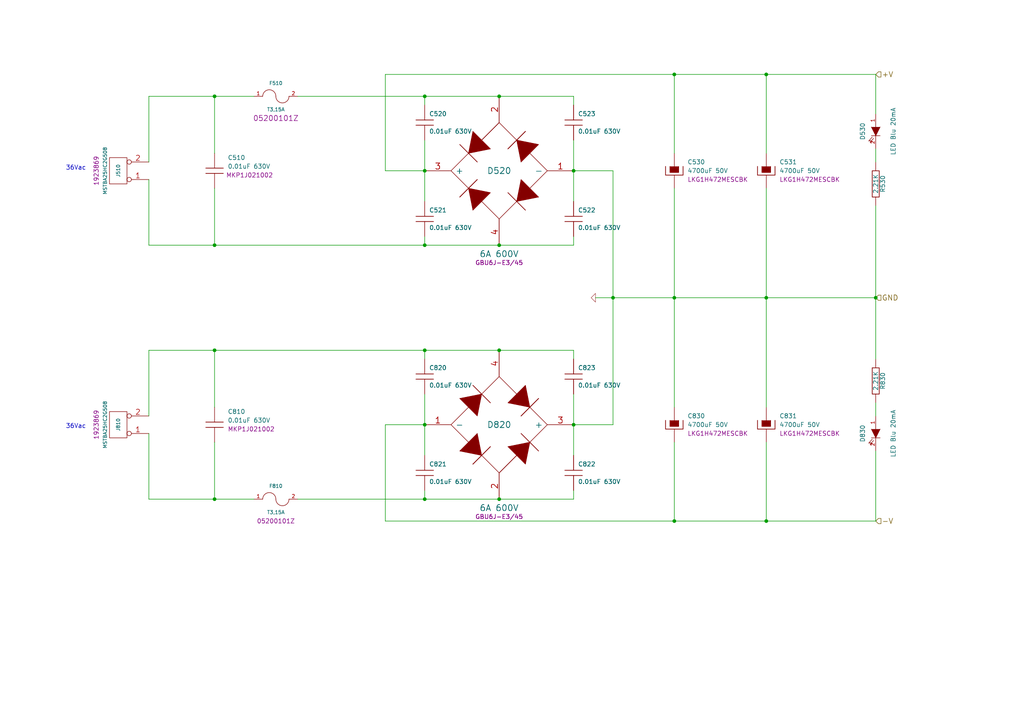
<source format=kicad_sch>
(kicad_sch (version 20230121) (generator eeschema)
  (paper "A4")
  (title_block (title "Amplificatore CMP_BMOS1004") (date "2025-10-18") (rev "251018") (company "AUDIO EMME di Martinelli Michele") (comment 1 "Stadio Ingresso + VAS"))
  (lib_symbols
    (symbol "AM_Connectors:CONN_2" (pin_names (offset 1.016) hide)
      (property "Reference" "P" (at -1.27 0 90))
      (property "Value" "CONN_2" (at 1.27 0 90))
      (symbol "CONN_2_0_1"
        (rectangle (start -2.54 3.81) (end 2.54 -3.81))
      )
      (symbol "CONN_2_1_1"
        (pin passive inverted (at -8.89 2.54 0) (length 6.35) (name "P1") (number "1"))
        (pin passive inverted (at -8.89 -2.54 0) (length 6.35) (name "PM") (number "2"))
      )
    )
    (symbol "AM_Device:BRIDGE" (pin_names (offset 1.27))
      (property "Reference" "D" (at 0 1.27 0))
      (property "Value" "BRIDGE" (at 0 -1.27 0))
      (symbol "BRIDGE_0_0"
        (polyline (pts (xy -13.97 0) (xy -8.89 -5.08)) (stroke (width 0.1524)))
        (polyline (pts (xy -13.97 0) (xy -8.89 5.08)) (stroke (width 0.1524)))
        (polyline (pts (xy -7.62 11.43) (xy -2.54 6.35)) (stroke (width 0.2032)))
        (polyline (pts (xy -2.54 -6.35) (xy -7.62 -11.43)))
        (polyline (pts (xy -2.54 -6.35) (xy -7.62 -11.43)) (stroke (width 0.2032)))
        (polyline (pts (xy 0 -13.97) (xy 5.08 -8.89)))
        (polyline (pts (xy 0 -13.97) (xy 5.08 -8.89)) (stroke (width 0.1524)))
        (polyline (pts (xy 0 13.97) (xy 5.08 8.89)) (stroke (width 0.1524)))
        (polyline (pts (xy 6.35 -2.54) (xy 11.43 -7.62)) (stroke (width 0.2032)))
        (polyline (pts (xy 8.89 5.08) (xy 13.97 0)) (stroke (width 0.1524)))
        (polyline (pts (xy 11.43 7.62) (xy 6.35 2.54)))
        (polyline (pts (xy 11.43 7.62) (xy 6.35 2.54)) (stroke (width 0.2032)))
        (polyline (pts (xy 13.97 0) (xy 8.89 -5.08)) (stroke (width 0.1524)))
        (polyline (pts (xy -11.43 7.62) (xy -5.08 8.89) (xy -6.35 2.54) (xy -11.43 7.62) (xy -11.43 7.62)) (fill (type outline)))
        (polyline (pts (xy -6.35 -2.54) (xy -5.08 -8.89) (xy -11.43 -7.62) (xy -6.35 -2.54) (xy -6.35 -2.54)) (fill (type outline)))
        (polyline (pts (xy 2.54 -6.35) (xy 8.89 -5.08) (xy 7.62 -11.43) (xy 2.54 -6.35) (xy 2.54 -6.35)) (fill (type outline)))
        (polyline (pts (xy 7.62 11.43) (xy 8.89 5.08) (xy 2.54 6.35) (xy 7.62 11.43) (xy 7.62 11.43)) (fill (type outline)))
      )
      (symbol "BRIDGE_0_1"
        (polyline (pts (xy -5.08 -8.89) (xy 0 -13.97)) (stroke (width 0.1524)))
        (polyline (pts (xy -5.08 8.89) (xy 0 13.97)) (stroke (width 0.1524)))
      )
      (symbol "BRIDGE_1_1"
        (pin input line (at -21.59 0 0) (length 7.62) (name "-") (number "1"))
        (pin input line (at 0 -21.59 90) (length 7.62) (name "~") (number "2"))
        (pin input line (at 21.59 0 180) (length 7.62) (name "+") (number "3"))
        (pin input line (at 0 21.59 270) (length 7.62) (name "~") (number "4"))
      )
    )
    (symbol "AM_Device:C" (pin_numbers hide) (pin_names (offset 0.254))
      (property "Reference" "C" (at 1.27 2.54 0))
      (property "Value" "C" (at 1.27 -2.54 0))
      (symbol "C_0_1"
        (polyline (pts (xy -2.54 -0.762) (xy 2.54 -0.762)) (stroke (width 0.2032)))
        (polyline (pts (xy -2.54 0.762) (xy 2.54 0.762)) (stroke (width 0.2032)))
      )
      (symbol "C_1_1"
        (pin passive line (at 0 5.08 270) (length 4.318) (name "~") (number "1"))
        (pin passive line (at 0 -5.08 90) (length 4.318) (name "~") (number "2"))
      )
    )
    (symbol "AM_Device:CP" (pin_numbers hide) (pin_names (offset 0.254) hide)
      (property "Reference" "C" (at 1.27 2.54 0))
      (property "Value" "CP" (at 1.27 -2.54 0))
      (symbol "CP_0_1"
        (polyline (pts (xy -2.54 1.27) (xy -2.54 -1.27) (xy 2.54 -1.27) (xy 2.54 1.27)) (stroke (width 0.2032)))
        (polyline (pts (xy -1.27 1.27) (xy -1.27 -0.508) (xy 1.27 -0.508) (xy 1.27 1.27)) (fill (type outline)))
      )
      (symbol "CP_1_1"
        (pin passive line (at 0 5.08 270) (length 3.81) (name "~") (number "1"))
        (pin passive line (at 0 -5.08 90) (length 3.81) (name "~") (number "2"))
      )
    )
    (symbol "AM_Device:FUSE" (pin_names (offset 0.254))
      (property "Reference" "F" (at 2.54 1.27 0))
      (property "Value" "FUSE" (at -2.54 -1.27 0))
      (symbol "FUSE_0_1"
        (arc (start 0 0) (mid -1.905 1.8967) (end -3.81 0))
        (arc (start 0 0) (mid 1.905 -1.8967) (end 3.81 0))
      )
      (symbol "FUSE_1_1"
        (pin input line (at -6.35 0 0) (length 2.54) (name "~") (number "1"))
        (pin input line (at 6.35 0 180) (length 2.54) (name "~") (number "2"))
      )
    )
    (symbol "AM_Device:LED" (pin_names (offset 1.016) hide)
      (property "Reference" "D" (at 0 2.54 0))
      (property "Value" "LED" (at 0 -2.54 0))
      (symbol "LED_0_1"
        (polyline (pts (xy 1.27 1.27) (xy 1.27 -1.27)))
        (polyline (pts (xy -1.27 1.27) (xy 1.27 0) (xy -1.27 -1.27)) (fill (type outline)))
        (polyline (pts (xy 1.651 -1.016) (xy 2.794 -2.032) (xy 2.667 -1.397)))
        (polyline (pts (xy 2.032 -0.635) (xy 3.175 -1.651) (xy 3.048 -1.016)))
      )
      (symbol "LED_1_1"
        (pin passive line (at -5.08 0 0) (length 3.81) (name "A") (number "1"))
        (pin passive line (at 5.08 0 180) (length 3.81) (name "K") (number "2"))
      )
    )
    (symbol "AM_Device:R" (pin_numbers hide) (pin_names (offset 0))
      (property "Reference" "R" (at 2.032 0 90))
      (property "Value" "R" (at 0 0 90))
      (symbol "R_0_1"
        (rectangle (start -1.016 3.81) (end 1.016 -3.81) (stroke (width 0.2032)))
      )
      (symbol "R_1_1"
        (pin passive line (at 0 6.35 270) (length 2.54) (name "~") (number "1"))
        (pin passive line (at 0 -6.35 90) (length 2.54) (name "~") (number "2"))
      )
    )
    (symbol "AM_Power:GND" (power) (pin_names (offset 0))
      (symbol "GND_0_1"
        (polyline (pts (xy -1.27 0) (xy 0 -1.27) (xy 1.27 0) (xy -1.27 0)) (stroke (width 0.1016)))
      )
      (symbol "GND_1_1"
        (pin power_in line (at 0 0 90) (length 0) hide (name "GND") (number "1"))
      )
    )
  )
  (junction (at 177.8 86.36))
  (junction (at 123.19 27.94))
  (junction (at 62.23 144.78))
  (junction (at 222.25 86.36))
  (junction (at 166.37 49.53))
  (junction (at 144.78 27.94))
  (junction (at 62.23 27.94))
  (junction (at 123.19 101.6))
  (junction (at 144.78 71.12))
  (junction (at 195.58 151.13))
  (junction (at 222.25 151.13))
  (junction (at 195.58 21.59))
  (junction (at 254 86.36))
  (junction (at 222.25 21.59))
  (junction (at 123.19 144.78))
  (junction (at 166.37 123.19))
  (junction (at 62.23 71.12))
  (junction (at 123.19 123.19))
  (junction (at 195.58 86.36))
  (junction (at 144.78 101.6))
  (junction (at 123.19 49.53))
  (junction (at 144.78 144.78))
  (junction (at 123.19 71.12))
  (junction (at 62.23 101.6))
  (wire (pts (xy 123.19 144.78) (xy 123.19 142.24)))
  (wire (pts (xy 86.36 144.78) (xy 123.19 144.78)))
  (wire (pts (xy 166.37 49.53) (xy 177.8 49.53)))
  (wire (pts (xy 222.25 86.36) (xy 195.58 86.36)))
  (wire (pts (xy 195.58 128.27) (xy 195.58 151.13)))
  (wire (pts (xy 43.18 120.65) (xy 43.18 101.6)))
  (wire (pts (xy 123.19 123.19) (xy 123.19 132.08)))
  (wire (pts (xy 222.25 21.59) (xy 222.25 44.45)))
  (wire (pts (xy 195.58 21.59) (xy 111.76 21.59)))
  (wire (pts (xy 62.23 144.78) (xy 43.18 144.78)))
  (wire (pts (xy 144.78 71.12) (xy 166.37 71.12)))
  (wire (pts (xy 43.18 27.94) (xy 62.23 27.94)))
  (wire (pts (xy 222.25 151.13) (xy 222.25 128.27)))
  (wire (pts (xy 254 43.18) (xy 254 46.99)))
  (wire (pts (xy 166.37 123.19) (xy 166.37 114.3)))
  (wire (pts (xy 222.25 151.13) (xy 195.58 151.13)))
  (wire (pts (xy 177.8 86.36) (xy 177.8 123.19)))
  (wire (pts (xy 166.37 104.14) (xy 166.37 101.6)))
  (wire (pts (xy 123.19 27.94) (xy 123.19 30.48)))
  (wire (pts (xy 123.19 71.12) (xy 123.19 68.58)))
  (wire (pts (xy 123.19 40.64) (xy 123.19 49.53)))
  (wire (pts (xy 123.19 114.3) (xy 123.19 123.19)))
  (wire (pts (xy 166.37 30.48) (xy 166.37 27.94)))
  (wire (pts (xy 195.58 151.13) (xy 111.76 151.13)))
  (wire (pts (xy 254 86.36) (xy 222.25 86.36)))
  (wire (pts (xy 177.8 86.36) (xy 172.72 86.36)))
  (wire (pts (xy 43.18 46.99) (xy 43.18 27.94)))
  (wire (pts (xy 62.23 71.12) (xy 62.23 54.61)))
  (wire (pts (xy 144.78 144.78) (xy 166.37 144.78)))
  (wire (pts (xy 166.37 40.64) (xy 166.37 49.53)))
  (wire (pts (xy 123.19 101.6) (xy 123.19 104.14)))
  (wire (pts (xy 222.25 86.36) (xy 222.25 54.61)))
  (wire (pts (xy 254 59.69) (xy 254 86.36)))
  (wire (pts (xy 123.19 123.19) (xy 111.76 123.19)))
  (wire (pts (xy 123.19 49.53) (xy 123.19 58.42)))
  (wire (pts (xy 166.37 144.78) (xy 166.37 142.24)))
  (wire (pts (xy 144.78 101.6) (xy 166.37 101.6)))
  (wire (pts (xy 254 21.59) (xy 254 33.02)))
  (wire (pts (xy 254 86.36) (xy 254 104.14)))
  (wire (pts (xy 222.25 21.59) (xy 195.58 21.59)))
  (wire (pts (xy 43.18 144.78) (xy 43.18 125.73)))
  (wire (pts (xy 177.8 123.19) (xy 166.37 123.19)))
  (wire (pts (xy 62.23 71.12) (xy 123.19 71.12)))
  (wire (pts (xy 62.23 27.94) (xy 62.23 44.45)))
  (wire (pts (xy 144.78 27.94) (xy 166.37 27.94)))
  (wire (pts (xy 111.76 49.53) (xy 111.76 21.59)))
  (wire (pts (xy 123.19 27.94) (xy 144.78 27.94)))
  (wire (pts (xy 123.19 49.53) (xy 111.76 49.53)))
  (wire (pts (xy 62.23 101.6) (xy 62.23 118.11)))
  (wire (pts (xy 62.23 27.94) (xy 73.66 27.94)))
  (wire (pts (xy 254 151.13) (xy 254 130.81)))
  (wire (pts (xy 73.66 144.78) (xy 62.23 144.78)))
  (wire (pts (xy 254 151.13) (xy 222.25 151.13)))
  (wire (pts (xy 43.18 71.12) (xy 62.23 71.12)))
  (wire (pts (xy 222.25 118.11) (xy 222.25 86.36)))
  (wire (pts (xy 195.58 86.36) (xy 195.58 54.61)))
  (wire (pts (xy 123.19 144.78) (xy 144.78 144.78)))
  (wire (pts (xy 166.37 49.53) (xy 166.37 58.42)))
  (wire (pts (xy 254 116.84) (xy 254 120.65)))
  (wire (pts (xy 195.58 118.11) (xy 195.58 86.36)))
  (wire (pts (xy 254 21.59) (xy 222.25 21.59)))
  (wire (pts (xy 43.18 71.12) (xy 43.18 52.07)))
  (wire (pts (xy 43.18 101.6) (xy 62.23 101.6)))
  (wire (pts (xy 111.76 123.19) (xy 111.76 151.13)))
  (wire (pts (xy 123.19 27.94) (xy 86.36 27.94)))
  (wire (pts (xy 123.19 71.12) (xy 144.78 71.12)))
  (wire (pts (xy 195.58 86.36) (xy 177.8 86.36)))
  (wire (pts (xy 62.23 101.6) (xy 123.19 101.6)))
  (wire (pts (xy 166.37 71.12) (xy 166.37 68.58)))
  (wire (pts (xy 123.19 101.6) (xy 144.78 101.6)))
  (wire (pts (xy 62.23 144.78) (xy 62.23 128.27)))
  (wire (pts (xy 166.37 132.08) (xy 166.37 123.19)))
  (wire (pts (xy 177.8 49.53) (xy 177.8 86.36)))
  (wire (pts (xy 195.58 44.45) (xy 195.58 21.59)))
  (text "36Vac" (at 19.05 124.46 0) (effects (font (size 1.27 1.27)) (justify left bottom)))
  (text "36Vac" (at 19.05 49.53 0) (effects (font (size 1.27 1.27)) (justify left bottom)))
  (hierarchical_label "+V" (shape input) (at 254 21.59 0) (effects (font (size 1.524 1.524))))
  (hierarchical_label "-V" (shape input) (at 254 151.13 0) (effects (font (size 1.524 1.524))))
  (hierarchical_label "GND" (shape input) (at 254 86.36 0) (effects (font (size 1.524 1.524))))
  (symbol (lib_id "AM_Device:R") (at 254 53.34 0) (unit 1)
    (property "Reference" "R530" (at 256.032 53.34 90))
    (property "Value" "2.21K" (at 254 53.34 90))
    (property "Footprint" "AM_Library:RES_CMF" (effects hide))
    (property "Codice" "CMF602K2100" (effects hide))
    (property "Costruttore" "Vishay" (effects hide))
  )
  (symbol (lib_id "AM_Device:LED") (at 254 38.1 270) (unit 1)
    (property "Reference" "D530" (at 250.19 38.1 0))
    (property "Value" "LED Blu 20mA" (at 259.08 38.1 0))
    (property "Footprint" "AM_Semiconductors:LED5" (effects hide))
    (property "Codice" "HLMP-CB13" (effects hide))
    (property "Costruttore" "Broadcom Limited" (effects hide))
  )
  (symbol (lib_id "AM_Device:BRIDGE") (at 144.78 49.53 180) (unit 1)
    (property "Reference" "D520" (at 144.78 49.53 0) (effects (font (size 1.778 1.778))))
    (property "Value" "6A 600V" (at 144.78 73.66 0) (effects (font (size 1.778 1.778))))
    (property "Footprint" "AM_Semiconductors:REC_GSIB5S" (effects hide))
    (property "Datasheet" "https://www.vishay.com/doc?88615" (effects hide))
    (property "Costruttore" "Vishay" (effects hide))
    (property "Codice" "GBU6J-E3/45" (at 144.78 76.2 0))
  )
  (symbol (lib_id "AM_Device:C") (at 123.19 35.56 0) (unit 1)
    (property "Reference" "C520" (at 124.46 33.02 0) (effects (justify left)))
    (property "Value" "0.01uF 630V" (at 124.46 38.1 0) (effects (justify left)))
    (property "Footprint" "AM_Capacitors:CAP_10x5LS75" (effects hide))
    (property "Costruttore" "Wima" (effects hide))
    (property "Codice" "MKP1J021002" (effects hide))
  )
  (symbol (lib_id "AM_Device:C") (at 166.37 35.56 0) (unit 1)
    (property "Reference" "C523" (at 167.64 33.02 0) (effects (justify left)))
    (property "Value" "0.01uF 630V" (at 167.64 38.1 0) (effects (justify left)))
    (property "Footprint" "AM_Capacitors:CAP_10x5LS75" (effects hide))
    (property "Costruttore" "Wima" (effects hide))
    (property "Codice" "MKP1J021002" (effects hide))
  )
  (symbol (lib_id "AM_Device:C") (at 166.37 63.5 0) (unit 1)
    (property "Reference" "C522" (at 167.64 60.96 0) (effects (justify left)))
    (property "Value" "0.01uF 630V" (at 167.64 66.04 0) (effects (justify left)))
    (property "Footprint" "AM_Capacitors:CAP_10x5LS75" (effects hide))
    (property "Costruttore" "Wima" (effects hide))
    (property "Codice" "MKP1J021002" (effects hide))
  )
  (symbol (lib_id "AM_Device:C") (at 123.19 63.5 0) (unit 1)
    (property "Reference" "C521" (at 124.46 60.96 0) (effects (justify left)))
    (property "Value" "0.01uF 630V" (at 124.46 66.04 0) (effects (justify left)))
    (property "Footprint" "AM_Capacitors:CAP_10x5LS75" (effects hide))
    (property "Costruttore" "Wima" (effects hide))
    (property "Codice" "MKP1J021002" (effects hide))
  )
  (symbol (lib_id "AM_Device:LED") (at 254 125.73 270) (unit 1)
    (property "Reference" "D830" (at 250.19 125.73 0))
    (property "Value" "LED Blu 20mA" (at 259.08 125.73 0))
    (property "Footprint" "AM_Semiconductors:LED5" (effects hide))
    (property "Codice" "HLMP-CB13" (effects hide))
    (property "Costruttore" "Broadcom Limited" (effects hide))
  )
  (symbol (lib_id "AM_Device:R") (at 254 110.49 0) (unit 1)
    (property "Reference" "R830" (at 256.032 110.49 90))
    (property "Value" "2.21K" (at 254 110.49 90))
    (property "Footprint" "AM_Library:RES_CMF" (effects hide))
    (property "Codice" "CMF602K2100" (effects hide))
    (property "Costruttore" "Vishay" (effects hide))
  )
  (symbol (lib_id "AM_Device:BRIDGE") (at 144.78 123.19 0) (unit 1)
    (property "Reference" "D820" (at 144.78 123.19 0) (effects (font (size 1.778 1.778))))
    (property "Value" "6A 600V" (at 144.78 147.32 0) (effects (font (size 1.778 1.778))))
    (property "Footprint" "AM_Semiconductors:REC_GSIB5S" (effects hide))
    (property "Datasheet" "https://www.vishay.com/doc?88615" (effects hide))
    (property "Costruttore" "Vishay" (effects hide))
    (property "Codice" "GBU6J-E3/45" (at 144.78 149.86 0))
  )
  (symbol (lib_id "AM_Device:C") (at 123.19 109.22 0) (unit 1)
    (property "Reference" "C820" (at 124.46 106.68 0) (effects (justify left)))
    (property "Value" "0.01uF 630V" (at 124.46 111.76 0) (effects (justify left)))
    (property "Footprint" "AM_Capacitors:CAP_10x5LS75" (effects hide))
    (property "Costruttore" "Wima" (effects hide))
    (property "Codice" "MKP1J021002" (effects hide))
  )
  (symbol (lib_id "AM_Device:C") (at 166.37 109.22 0) (unit 1)
    (property "Reference" "C823" (at 167.64 106.68 0) (effects (justify left)))
    (property "Value" "0.01uF 630V" (at 167.64 111.76 0) (effects (justify left)))
    (property "Footprint" "AM_Capacitors:CAP_10x5LS75" (effects hide))
    (property "Costruttore" "Wima" (effects hide))
    (property "Codice" "MKP1J021002" (effects hide))
  )
  (symbol (lib_id "AM_Device:C") (at 166.37 137.16 0) (unit 1)
    (property "Reference" "C822" (at 167.64 134.62 0) (effects (justify left)))
    (property "Value" "0.01uF 630V" (at 167.64 139.7 0) (effects (justify left)))
    (property "Footprint" "AM_Capacitors:CAP_10x5LS75" (effects hide))
    (property "Costruttore" "Wima" (effects hide))
    (property "Codice" "MKP1J021002" (effects hide))
  )
  (symbol (lib_id "AM_Device:C") (at 123.19 137.16 0) (unit 1)
    (property "Reference" "C821" (at 124.46 134.62 0) (effects (justify left)))
    (property "Value" "0.01uF 630V" (at 124.46 139.7 0) (effects (justify left)))
    (property "Footprint" "AM_Capacitors:CAP_10x5LS75" (effects hide))
    (property "Costruttore" "Wima" (effects hide))
    (property "Codice" "MKP1J021002" (effects hide))
  )
  (symbol (lib_id "AM_Device:CP") (at 195.58 49.53 0) (unit 1)
    (property "Reference" "C530" (at 199.39 46.99 0) (effects (justify left)))
    (property "Value" "4700uF 50V" (at 199.39 49.53 0) (effects (justify left)))
    (property "Footprint" "AM_Library:CAP_D35x30LS10" (effects hide))
    (property "Costruttore" "Nichicon" (effects hide))
    (property "Codice" "LKG1H472MESCBK" (at 199.39 52.07 0) (effects (justify left)))
  )
  (symbol (lib_id "AM_Device:CP") (at 222.25 49.53 0) (unit 1)
    (property "Reference" "C531" (at 226.06 46.99 0) (effects (justify left)))
    (property "Value" "4700uF 50V" (at 226.06 49.53 0) (effects (justify left)))
    (property "Footprint" "AM_Library:CAP_D35x30LS10" (effects hide))
    (property "Costruttore" "Nichicon" (effects hide))
    (property "Codice" "LKG1H472MESCBK" (at 226.06 52.07 0) (effects (justify left)))
  )
  (symbol (lib_id "AM_Device:CP") (at 195.58 123.19 0) (unit 1)
    (property "Reference" "C830" (at 199.39 120.65 0) (effects (justify left)))
    (property "Value" "4700uF 50V" (at 199.39 123.19 0) (effects (justify left)))
    (property "Footprint" "AM_Library:CAP_D35x30LS10" (effects hide))
    (property "Costruttore" "Nichicon" (effects hide))
    (property "Codice" "LKG1H472MESCBK" (at 199.39 125.73 0) (effects (justify left)))
  )
  (symbol (lib_id "AM_Device:CP") (at 222.25 123.19 0) (unit 1)
    (property "Reference" "C831" (at 226.06 120.65 0) (effects (justify left)))
    (property "Value" "4700uF 50V" (at 226.06 123.19 0) (effects (justify left)))
    (property "Footprint" "AM_Library:CAP_D35x30LS10" (effects hide))
    (property "Costruttore" "Nichicon" (effects hide))
    (property "Codice" "LKG1H472MESCBK" (at 226.06 125.73 0) (effects (justify left)))
  )
  (symbol (lib_id "AM_Power:GND") (at 172.72 86.36 270) (unit 1)
    (property "Reference" "#PWR022" (effects hide))
    (property "Value" "GND" (effects hide))
  )
  (symbol (lib_id "AM_Device:FUSE") (at 80.01 27.94 0) (unit 1)
    (property "Reference" "F510" (at 80.01 24.13 0) (effects (font (size 1.016 1.016))))
    (property "Value" "T3,15A" (at 80.01 31.75 0) (effects (font (size 1.016 1.016))))
    (property "Footprint" "AM_Accessory:FUS_520101" (effects hide))
    (property "Datasheet" "https://www.littelfuse.com/media?resourcetype=datasheets&itemid=ec835963-ef77-4eea-b3af-a220d6b506b4&filename=littelfuse_fuse_block_520_datasheet.pdf" (effects hide))
    (property "Codice" "05200101Z" (at 80.01 34.29 0) (effects (font (size 1.524 1.524))))
    (property "Costruttore" "Littelfuse" (effects hide))
  )
  (symbol (lib_id "AM_Device:FUSE") (at 80.01 144.78 0) (unit 1)
    (property "Reference" "F810" (at 80.01 140.97 0) (effects (font (size 1.016 1.016))))
    (property "Value" "T3,15A" (at 80.01 148.59 0) (effects (font (size 1.016 1.016))))
    (property "Footprint" "AM_Accessory:FUS_520101" (effects hide))
    (property "Datasheet" "https://www.littelfuse.com/media?resourcetype=datasheets&itemid=ec835963-ef77-4eea-b3af-a220d6b506b4&filename=littelfuse_fuse_block_520_datasheet.pdf" (effects hide))
    (property "Codice" "05200101Z" (at 80.01 151.13 0))
    (property "Costruttore" "Littelfuse" (effects hide))
  )
  (symbol (lib_id "AM_Device:C") (at 62.23 123.19 0) (unit 1)
    (property "Reference" "C810" (at 66.04 119.38 0) (effects (justify left)))
    (property "Value" "0.01uF 630V" (at 66.04 121.92 0) (effects (justify left)))
    (property "Footprint" "AM_Capacitors:CAP_10x5LS75" (effects hide))
    (property "Costruttore" "Wima" (effects hide))
    (property "Codice" "MKP1J021002" (at 66.04 124.46 0) (effects (justify left)))
  )
  (symbol (lib_id "AM_Device:C") (at 62.23 49.53 0) (unit 1)
    (property "Reference" "C510" (at 66.04 45.72 0) (effects (justify left)))
    (property "Value" "0.01uF 630V" (at 66.04 48.26 0) (effects (justify left)))
    (property "Footprint" "AM_Capacitors:CAP_10x5LS75" (effects hide))
    (property "Costruttore" "Wima" (effects hide))
    (property "Codice" "MKP1J021002" (at 72.39 50.8 0))
  )
  (symbol (lib_id "AM_Connectors:CONN_2") (at 34.29 123.19 180) (unit 1)
    (property "Reference" "J810" (at 34.29 123.19 90) (effects (font (size 1.016 1.016))))
    (property "Value" "MSTBA25HC2G508" (at 30.48 123.19 90) (effects (font (size 1.016 1.016))))
    (property "Footprint" "AM_Accessory:CON_2x508" (effects hide))
    (property "Codice" "1923869" (at 27.94 123.19 90))
    (property "Costruttore" "Phoenix Contact" (effects hide))
  )
  (symbol (lib_id "AM_Connectors:CONN_2") (at 34.29 49.53 180) (unit 1)
    (property "Reference" "J510" (at 34.29 49.53 90) (effects (font (size 1.016 1.016))))
    (property "Value" "MSTBA25HC2G508" (at 30.48 49.53 90) (effects (font (size 1.016 1.016))))
    (property "Footprint" "AM_Accessory:CON_2x508" (effects hide))
    (property "Codice" "1923869" (at 27.94 49.53 90))
    (property "Costruttore" "Phoenix Contact" (effects hide))
  )
)
</source>
